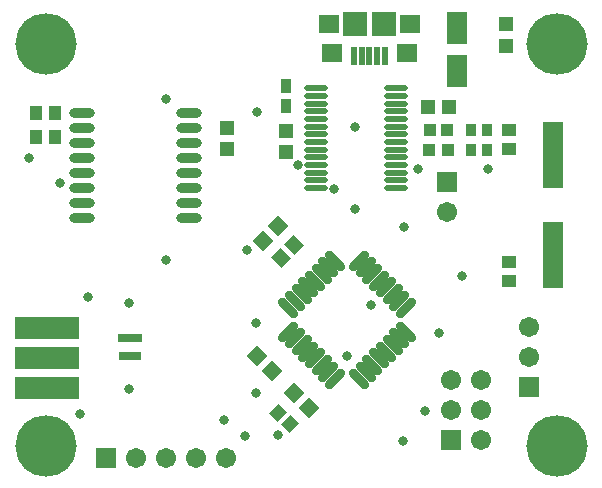
<source format=gbs>
G04*
G04 #@! TF.GenerationSoftware,Altium Limited,Altium Designer,19.0.15 (446)*
G04*
G04 Layer_Color=16711935*
%FSLAX25Y25*%
%MOIN*%
G70*
G01*
G75*
%ADD14R,0.04737X0.04343*%
%ADD20R,0.03950X0.03950*%
%ADD23R,0.05131X0.05131*%
%ADD26C,0.06706*%
%ADD27R,0.06706X0.06706*%
%ADD28R,0.06706X0.06706*%
%ADD29C,0.20485*%
%ADD30C,0.03162*%
%ADD72R,0.21800X0.07800*%
G04:AMPARAMS|DCode=73|XSize=43.43mil|YSize=39.5mil|CornerRadius=0mil|HoleSize=0mil|Usage=FLASHONLY|Rotation=225.000|XOffset=0mil|YOffset=0mil|HoleType=Round|Shape=Rectangle|*
%AMROTATEDRECTD73*
4,1,4,0.00139,0.02932,0.02932,0.00139,-0.00139,-0.02932,-0.02932,-0.00139,0.00139,0.02932,0.0*
%
%ADD73ROTATEDRECTD73*%

%ADD74P,0.07256X4X270.0*%
%ADD75P,0.07256X4X360.0*%
G04:AMPARAMS|DCode=76|XSize=47.37mil|YSize=43.43mil|CornerRadius=0mil|HoleSize=0mil|Usage=FLASHONLY|Rotation=135.000|XOffset=0mil|YOffset=0mil|HoleType=Round|Shape=Rectangle|*
%AMROTATEDRECTD76*
4,1,4,0.03210,-0.00139,0.00139,-0.03210,-0.03210,0.00139,-0.00139,0.03210,0.03210,-0.00139,0.0*
%
%ADD76ROTATEDRECTD76*%

%ADD77R,0.03556X0.04540*%
%ADD78R,0.04343X0.04737*%
%ADD79O,0.08674X0.03162*%
%ADD80O,0.07887X0.02178*%
%ADD81R,0.07099X0.11036*%
%ADD82R,0.05131X0.05131*%
%ADD83R,0.03556X0.04343*%
%ADD84R,0.07493X0.02769*%
%ADD85R,0.07887X0.02769*%
%ADD86R,0.06706X0.22453*%
G04:AMPARAMS|DCode=87|XSize=31.62mil|YSize=84.77mil|CornerRadius=0mil|HoleSize=0mil|Usage=FLASHONLY|Rotation=225.000|XOffset=0mil|YOffset=0mil|HoleType=Round|Shape=Round|*
%AMOVALD87*
21,1,0.05315,0.03162,0.00000,0.00000,315.0*
1,1,0.03162,-0.01879,0.01879*
1,1,0.03162,0.01879,-0.01879*
%
%ADD87OVALD87*%

G04:AMPARAMS|DCode=88|XSize=31.62mil|YSize=84.77mil|CornerRadius=0mil|HoleSize=0mil|Usage=FLASHONLY|Rotation=135.000|XOffset=0mil|YOffset=0mil|HoleType=Round|Shape=Round|*
%AMOVALD88*
21,1,0.05315,0.03162,0.00000,0.00000,225.0*
1,1,0.03162,0.01879,0.01879*
1,1,0.03162,-0.01879,-0.01879*
%
%ADD88OVALD88*%

%ADD89R,0.03950X0.03950*%
%ADD90R,0.02375X0.06115*%
%ADD91R,0.07099X0.06312*%
%ADD92R,0.06509X0.05918*%
%ADD93R,0.08280X0.08280*%
D14*
X281500Y379850D02*
D03*
Y386150D02*
D03*
Y335965D02*
D03*
Y342264D02*
D03*
D20*
X260953Y386150D02*
D03*
X255047D02*
D03*
D23*
X207000Y386043D02*
D03*
Y378957D02*
D03*
X280500Y414378D02*
D03*
Y421465D02*
D03*
X187500Y379957D02*
D03*
Y387043D02*
D03*
D26*
X288000Y320500D02*
D03*
Y310500D02*
D03*
X272000Y303000D02*
D03*
X262000D02*
D03*
X272000Y293000D02*
D03*
X262000D02*
D03*
X272000Y283000D02*
D03*
X260953Y359000D02*
D03*
X187000Y277000D02*
D03*
X177000D02*
D03*
X167000D02*
D03*
X157000D02*
D03*
D27*
X288000Y300500D02*
D03*
X262000Y283000D02*
D03*
X260953Y369000D02*
D03*
D28*
X147000Y277000D02*
D03*
D29*
X297500Y415000D02*
D03*
X127000D02*
D03*
X297500Y281000D02*
D03*
X127000D02*
D03*
D30*
X141000Y330488D02*
D03*
X138425Y291500D02*
D03*
X235500Y328000D02*
D03*
X253416Y292500D02*
D03*
X194000Y346372D02*
D03*
X197000Y322000D02*
D03*
Y298516D02*
D03*
X121500Y377000D02*
D03*
X131938Y368500D02*
D03*
X193500Y284072D02*
D03*
X204500Y284500D02*
D03*
X211000Y374500D02*
D03*
X197500Y392051D02*
D03*
X167000Y396687D02*
D03*
X265851Y337500D02*
D03*
X251291Y373344D02*
D03*
X246500Y354000D02*
D03*
X274500Y373275D02*
D03*
X230000Y387226D02*
D03*
X186354Y289547D02*
D03*
X258149Y318500D02*
D03*
X154736Y300000D02*
D03*
X227500Y311000D02*
D03*
X246000Y282500D02*
D03*
X230000Y360000D02*
D03*
X223000Y366500D02*
D03*
X167000Y343000D02*
D03*
X154736Y328500D02*
D03*
D72*
X127500Y310055D02*
D03*
Y300055D02*
D03*
Y320055D02*
D03*
D73*
X208449Y288051D02*
D03*
X204551Y291949D02*
D03*
D74*
X202505Y305995D02*
D03*
X197494Y311005D02*
D03*
X214848Y293429D02*
D03*
X209837Y298440D02*
D03*
D75*
X204348Y354132D02*
D03*
X199337Y349121D02*
D03*
D76*
X209820Y347853D02*
D03*
X205366Y343399D02*
D03*
D77*
X207000Y400748D02*
D03*
Y394252D02*
D03*
D78*
X130150Y384043D02*
D03*
X123850D02*
D03*
X130150Y391899D02*
D03*
X123850D02*
D03*
D79*
X139284Y356899D02*
D03*
Y361899D02*
D03*
Y366899D02*
D03*
Y371899D02*
D03*
Y376899D02*
D03*
Y381899D02*
D03*
Y386899D02*
D03*
Y391899D02*
D03*
X174716Y356899D02*
D03*
Y361899D02*
D03*
Y366899D02*
D03*
Y371899D02*
D03*
Y376899D02*
D03*
Y381899D02*
D03*
Y386899D02*
D03*
Y391899D02*
D03*
D80*
X217114Y366866D02*
D03*
Y369425D02*
D03*
Y371984D02*
D03*
Y374543D02*
D03*
Y377102D02*
D03*
Y379661D02*
D03*
Y382221D02*
D03*
Y384780D02*
D03*
Y387339D02*
D03*
Y389898D02*
D03*
Y392457D02*
D03*
Y395016D02*
D03*
Y397575D02*
D03*
Y400134D02*
D03*
X243886Y366866D02*
D03*
Y369425D02*
D03*
Y371984D02*
D03*
Y374543D02*
D03*
Y377102D02*
D03*
Y379661D02*
D03*
Y382221D02*
D03*
Y384780D02*
D03*
Y387339D02*
D03*
Y389898D02*
D03*
Y392457D02*
D03*
Y395016D02*
D03*
Y397575D02*
D03*
Y400134D02*
D03*
D81*
X264000Y405913D02*
D03*
Y420087D02*
D03*
D82*
X254457Y394000D02*
D03*
X261543D02*
D03*
D83*
X274256Y386150D02*
D03*
X268744D02*
D03*
X274256Y379650D02*
D03*
X268744D02*
D03*
D84*
X155102Y311047D02*
D03*
D85*
X155299Y316953D02*
D03*
D86*
X296000Y377894D02*
D03*
Y344429D02*
D03*
D87*
X223456Y342626D02*
D03*
X221228Y340399D02*
D03*
X219001Y338172D02*
D03*
X216774Y335945D02*
D03*
X214547Y333718D02*
D03*
X212320Y331491D02*
D03*
X210093Y329264D02*
D03*
X207866Y327037D02*
D03*
X231529Y303374D02*
D03*
X233756Y305601D02*
D03*
X235983Y307828D02*
D03*
X238210Y310055D02*
D03*
X240437Y312282D02*
D03*
X242664Y314509D02*
D03*
X244891Y316736D02*
D03*
X247118Y318963D02*
D03*
D88*
X207866D02*
D03*
X210093Y316736D02*
D03*
X212320Y314509D02*
D03*
X214547Y312282D02*
D03*
X216774Y310055D02*
D03*
X219001Y307828D02*
D03*
X221228Y305601D02*
D03*
X223456Y303374D02*
D03*
X247118Y327037D02*
D03*
X244891Y329264D02*
D03*
X242664Y331491D02*
D03*
X240437Y333718D02*
D03*
X238210Y335945D02*
D03*
X235983Y338172D02*
D03*
X233756Y340399D02*
D03*
X231529Y342626D02*
D03*
D89*
X254850Y379650D02*
D03*
X261150D02*
D03*
D90*
X229823Y411000D02*
D03*
X232382D02*
D03*
X234941D02*
D03*
X237500D02*
D03*
X240059D02*
D03*
D91*
X222342Y411886D02*
D03*
X247539D02*
D03*
D92*
X221457Y421531D02*
D03*
X248425D02*
D03*
D93*
X230217D02*
D03*
X239665D02*
D03*
M02*

</source>
